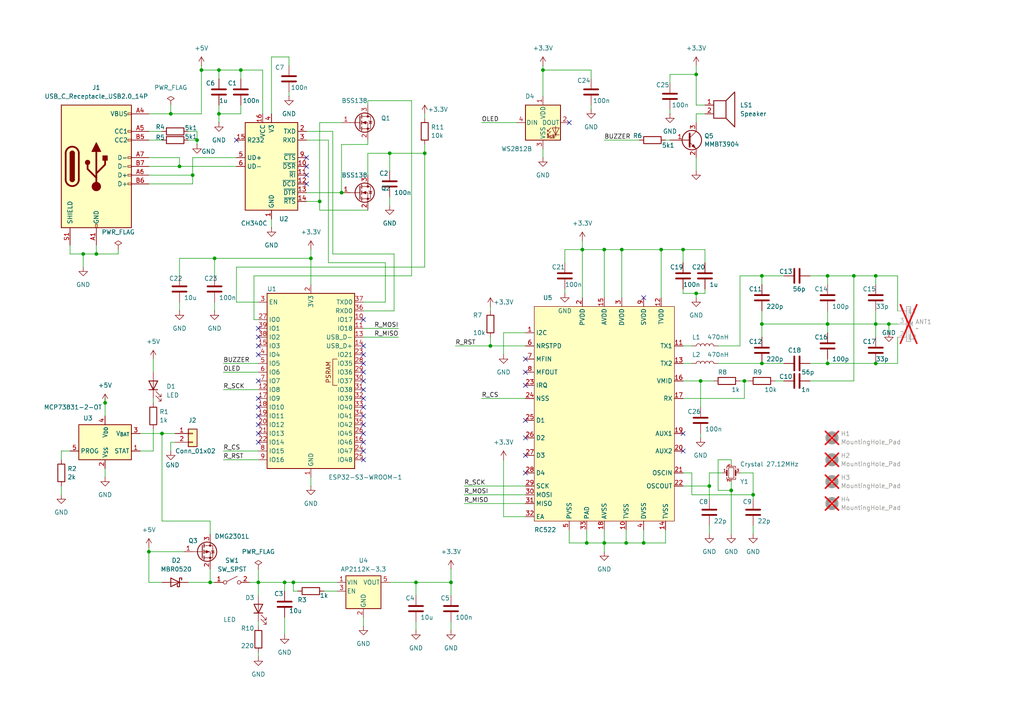
<source format=kicad_sch>
(kicad_sch (version 20231120) (generator "eeschema") (generator_version "8.0")
  (paper "A4")
  (junction (at 254 80.01))
  (junction (at 257.81 93.98))
  (junction (at 130.81 168.91))
  (junction (at 49.53 33.02))
  (junction (at 82.55 168.91))
  (junction (at 201.93 21.59))
  (junction (at 215.9 110.49))
  (junction (at 254 93.98))
  (junction (at 198.12 72.39))
  (junction (at 52.07 48.26))
  (junction (at 27.94 73.66))
  (junction (at 46.99 125.73))
  (junction (at 92.71 58.42))
  (junction (at 55.88 50.8))
  (junction (at 57.15 40.64))
  (junction (at 240.03 93.98))
  (junction (at 62.23 74.93))
  (junction (at 218.44 143.51))
  (junction (at 142.24 100.33))
  (junction (at 240.03 80.01))
  (junction (at 24.13 73.66))
  (junction (at 157.48 20.32))
  (junction (at 120.65 168.91))
  (junction (at 30.48 116.84))
  (junction (at 175.26 157.48))
  (junction (at 254 105.41))
  (junction (at 63.5 33.02))
  (junction (at 240.03 105.41))
  (junction (at 186.69 157.48))
  (junction (at 175.26 72.39))
  (junction (at 85.09 168.91))
  (junction (at 170.18 157.48))
  (junction (at 201.93 85.09))
  (junction (at 180.34 72.39))
  (junction (at 99.06 55.88))
  (junction (at 247.65 80.01))
  (junction (at 203.2 110.49))
  (junction (at 74.93 168.91))
  (junction (at 63.5 20.32))
  (junction (at 60.96 168.91))
  (junction (at 113.03 44.45))
  (junction (at 220.98 105.41))
  (junction (at 220.98 80.01))
  (junction (at 43.18 160.02))
  (junction (at 205.74 140.97))
  (junction (at 168.91 72.39))
  (junction (at 191.77 72.39))
  (junction (at 212.09 142.24))
  (junction (at 58.42 20.32))
  (junction (at 69.85 20.32))
  (junction (at 181.61 157.48))
  (junction (at 220.98 93.98))
  (junction (at 123.19 44.45))
  (junction (at 90.17 74.93))
  (no_connect (at 152.4 121.92))
  (no_connect (at 88.9 45.72))
  (no_connect (at 74.93 100.33))
  (no_connect (at 74.93 125.73))
  (no_connect (at 88.9 50.8))
  (no_connect (at 198.12 130.81))
  (no_connect (at 88.9 48.26))
  (no_connect (at 186.69 86.36))
  (no_connect (at 105.41 120.65))
  (no_connect (at 152.4 104.14))
  (no_connect (at 105.41 110.49))
  (no_connect (at 105.41 107.95))
  (no_connect (at 152.4 111.76))
  (no_connect (at 105.41 128.27))
  (no_connect (at 74.93 97.79))
  (no_connect (at 74.93 110.49))
  (no_connect (at 152.4 137.16))
  (no_connect (at 105.41 115.57))
  (no_connect (at 105.41 123.19))
  (no_connect (at 74.93 118.11))
  (no_connect (at 74.93 128.27))
  (no_connect (at 74.93 123.19))
  (no_connect (at 165.1 35.56))
  (no_connect (at 68.58 40.64))
  (no_connect (at 105.41 92.71))
  (no_connect (at 105.41 102.87))
  (no_connect (at 152.4 107.95))
  (no_connect (at 105.41 113.03))
  (no_connect (at 105.41 130.81))
  (no_connect (at 105.41 125.73))
  (no_connect (at 105.41 100.33))
  (no_connect (at 74.93 120.65))
  (no_connect (at 105.41 105.41))
  (no_connect (at 105.41 118.11))
  (no_connect (at 74.93 95.25))
  (no_connect (at 74.93 102.87))
  (no_connect (at 105.41 133.35))
  (no_connect (at 152.4 127))
  (no_connect (at 198.12 125.73))
  (no_connect (at 152.4 132.08))
  (no_connect (at 74.93 115.57))
  (no_connect (at 88.9 53.34))
  (wire (pts (xy 240.03 90.17) (xy 240.03 93.98)))
  (wire (pts (xy 163.83 76.2) (xy 163.83 72.39)))
  (wire (pts (xy 46.99 125.73) (xy 50.8 125.73)))
  (wire (pts (xy 17.78 133.35) (xy 17.78 130.81)))
  (wire (pts (xy 92.71 58.42) (xy 88.9 58.42)))
  (wire (pts (xy 247.65 80.01) (xy 247.65 110.49)))
  (wire (pts (xy 95.25 76.2) (xy 111.76 76.2)))
  (wire (pts (xy 200.66 137.16) (xy 200.66 143.51)))
  (wire (pts (xy 198.12 100.33) (xy 200.66 100.33)))
  (wire (pts (xy 254 93.98) (xy 254 97.79)))
  (wire (pts (xy 68.58 77.47) (xy 68.58 87.63)))
  (wire (pts (xy 20.32 73.66) (xy 24.13 73.66)))
  (wire (pts (xy 201.93 33.02) (xy 201.93 35.56)))
  (wire (pts (xy 73.66 80.01) (xy 119.38 80.01)))
  (wire (pts (xy 69.85 20.32) (xy 76.2 20.32)))
  (wire (pts (xy 105.41 179.07) (xy 105.41 181.61)))
  (wire (pts (xy 134.62 140.97) (xy 152.4 140.97)))
  (wire (pts (xy 52.07 48.26) (xy 43.18 48.26)))
  (wire (pts (xy 204.47 85.09) (xy 204.47 83.82)))
  (wire (pts (xy 60.96 151.13) (xy 46.99 151.13)))
  (wire (pts (xy 44.45 130.81) (xy 44.45 124.46)))
  (wire (pts (xy 191.77 86.36) (xy 191.77 72.39)))
  (wire (pts (xy 74.93 168.91) (xy 74.93 172.72)))
  (wire (pts (xy 46.99 168.91) (xy 43.18 168.91)))
  (wire (pts (xy 114.3 73.66) (xy 96.52 73.66)))
  (wire (pts (xy 30.48 135.89) (xy 30.48 138.43)))
  (wire (pts (xy 106.68 29.21) (xy 119.38 29.21)))
  (wire (pts (xy 254 93.98) (xy 257.81 93.98)))
  (wire (pts (xy 214.63 137.16) (xy 218.44 137.16)))
  (wire (pts (xy 68.58 87.63) (xy 74.93 87.63)))
  (wire (pts (xy 220.98 93.98) (xy 240.03 93.98)))
  (wire (pts (xy 43.18 45.72) (xy 52.07 45.72)))
  (wire (pts (xy 43.18 158.75) (xy 43.18 160.02)))
  (wire (pts (xy 43.18 160.02) (xy 53.34 160.02)))
  (wire (pts (xy 203.2 110.49) (xy 207.01 110.49)))
  (wire (pts (xy 54.61 38.1) (xy 57.15 38.1)))
  (wire (pts (xy 175.26 157.48) (xy 175.26 160.02)))
  (wire (pts (xy 123.19 44.45) (xy 123.19 77.47)))
  (wire (pts (xy 218.44 137.16) (xy 218.44 143.51)))
  (wire (pts (xy 74.93 92.71) (xy 73.66 92.71)))
  (wire (pts (xy 139.7 115.57) (xy 152.4 115.57)))
  (wire (pts (xy 163.83 83.82) (xy 163.83 85.09)))
  (wire (pts (xy 57.15 38.1) (xy 57.15 40.64)))
  (wire (pts (xy 64.77 113.03) (xy 74.93 113.03)))
  (wire (pts (xy 254 90.17) (xy 254 93.98)))
  (wire (pts (xy 181.61 157.48) (xy 186.69 157.48)))
  (wire (pts (xy 142.24 100.33) (xy 152.4 100.33)))
  (wire (pts (xy 105.41 95.25) (xy 115.57 95.25)))
  (wire (pts (xy 120.65 168.91) (xy 120.65 172.72)))
  (wire (pts (xy 55.88 45.72) (xy 55.88 50.8)))
  (wire (pts (xy 146.05 96.52) (xy 152.4 96.52)))
  (wire (pts (xy 175.26 157.48) (xy 181.61 157.48)))
  (wire (pts (xy 220.98 80.01) (xy 220.98 82.55)))
  (wire (pts (xy 113.03 168.91) (xy 120.65 168.91)))
  (wire (pts (xy 198.12 110.49) (xy 203.2 110.49)))
  (wire (pts (xy 99.06 41.91) (xy 99.06 55.88)))
  (wire (pts (xy 57.15 40.64) (xy 57.15 41.91)))
  (wire (pts (xy 146.05 102.87) (xy 146.05 96.52)))
  (wire (pts (xy 175.26 153.67) (xy 175.26 157.48)))
  (wire (pts (xy 114.3 90.17) (xy 114.3 73.66)))
  (wire (pts (xy 203.2 127) (xy 203.2 125.73)))
  (wire (pts (xy 120.65 168.91) (xy 130.81 168.91)))
  (wire (pts (xy 30.48 115.57) (xy 30.48 116.84)))
  (wire (pts (xy 111.76 87.63) (xy 105.41 87.63)))
  (wire (pts (xy 82.55 168.91) (xy 85.09 168.91)))
  (wire (pts (xy 52.07 80.01) (xy 52.07 74.93)))
  (wire (pts (xy 198.12 85.09) (xy 201.93 85.09)))
  (wire (pts (xy 88.9 38.1) (xy 96.52 38.1)))
  (wire (pts (xy 240.03 104.14) (xy 240.03 105.41)))
  (wire (pts (xy 95.25 40.64) (xy 95.25 76.2)))
  (wire (pts (xy 74.93 180.34) (xy 74.93 181.61)))
  (wire (pts (xy 64.77 107.95) (xy 74.93 107.95)))
  (wire (pts (xy 54.61 168.91) (xy 60.96 168.91)))
  (wire (pts (xy 63.5 20.32) (xy 63.5 22.86)))
  (wire (pts (xy 254 105.41) (xy 260.35 105.41)))
  (wire (pts (xy 220.98 93.98) (xy 220.98 97.79)))
  (wire (pts (xy 218.44 152.4) (xy 218.44 154.94)))
  (wire (pts (xy 83.82 26.67) (xy 83.82 27.94)))
  (wire (pts (xy 50.8 128.27) (xy 49.53 128.27)))
  (wire (pts (xy 52.07 87.63) (xy 52.07 90.17)))
  (wire (pts (xy 220.98 80.01) (xy 227.33 80.01)))
  (wire (pts (xy 191.77 72.39) (xy 180.34 72.39)))
  (wire (pts (xy 208.28 133.35) (xy 208.28 142.24)))
  (wire (pts (xy 78.74 63.5) (xy 78.74 66.04)))
  (wire (pts (xy 157.48 20.32) (xy 157.48 27.94)))
  (wire (pts (xy 58.42 20.32) (xy 63.5 20.32)))
  (wire (pts (xy 52.07 45.72) (xy 52.07 48.26)))
  (wire (pts (xy 165.1 153.67) (xy 165.1 157.48)))
  (wire (pts (xy 247.65 110.49) (xy 234.95 110.49)))
  (wire (pts (xy 20.32 71.12) (xy 20.32 73.66)))
  (wire (pts (xy 49.53 30.48) (xy 49.53 33.02)))
  (wire (pts (xy 123.19 44.45) (xy 113.03 44.45)))
  (wire (pts (xy 96.52 38.1) (xy 96.52 73.66)))
  (wire (pts (xy 78.74 16.51) (xy 78.74 33.02)))
  (wire (pts (xy 165.1 157.48) (xy 170.18 157.48)))
  (wire (pts (xy 92.71 58.42) (xy 92.71 60.96)))
  (wire (pts (xy 60.96 168.91) (xy 60.96 165.1)))
  (wire (pts (xy 43.18 40.64) (xy 46.99 40.64)))
  (wire (pts (xy 157.48 43.18) (xy 157.48 45.72)))
  (wire (pts (xy 73.66 92.71) (xy 73.66 80.01)))
  (wire (pts (xy 92.71 35.56) (xy 99.06 35.56)))
  (wire (pts (xy 85.09 168.91) (xy 97.79 168.91)))
  (wire (pts (xy 106.68 41.91) (xy 99.06 41.91)))
  (wire (pts (xy 240.03 93.98) (xy 240.03 96.52)))
  (wire (pts (xy 208.28 100.33) (xy 214.63 100.33)))
  (wire (pts (xy 83.82 16.51) (xy 83.82 19.05)))
  (wire (pts (xy 224.79 110.49) (xy 227.33 110.49)))
  (wire (pts (xy 90.17 74.93) (xy 90.17 82.55)))
  (wire (pts (xy 218.44 143.51) (xy 218.44 144.78)))
  (wire (pts (xy 203.2 110.49) (xy 203.2 118.11)))
  (wire (pts (xy 90.17 138.43) (xy 90.17 140.97)))
  (wire (pts (xy 142.24 88.9) (xy 142.24 90.17)))
  (wire (pts (xy 27.94 73.66) (xy 27.94 71.12)))
  (wire (pts (xy 27.94 73.66) (xy 34.29 73.66)))
  (wire (pts (xy 123.19 33.02) (xy 123.19 34.29)))
  (wire (pts (xy 62.23 74.93) (xy 62.23 80.01)))
  (wire (pts (xy 62.23 74.93) (xy 90.17 74.93)))
  (wire (pts (xy 205.74 137.16) (xy 205.74 140.97)))
  (wire (pts (xy 175.26 72.39) (xy 175.26 86.36)))
  (wire (pts (xy 69.85 30.48) (xy 69.85 33.02)))
  (wire (pts (xy 62.23 87.63) (xy 62.23 90.17)))
  (wire (pts (xy 260.35 97.79) (xy 260.35 105.41)))
  (wire (pts (xy 17.78 140.97) (xy 17.78 143.51)))
  (wire (pts (xy 60.96 168.91) (xy 62.23 168.91)))
  (wire (pts (xy 69.85 33.02) (xy 63.5 33.02)))
  (wire (pts (xy 194.31 31.75) (xy 194.31 33.02)))
  (wire (pts (xy 92.71 60.96) (xy 106.68 60.96)))
  (wire (pts (xy 163.83 72.39) (xy 168.91 72.39)))
  (wire (pts (xy 214.63 80.01) (xy 220.98 80.01)))
  (wire (pts (xy 220.98 90.17) (xy 220.98 93.98)))
  (wire (pts (xy 194.31 21.59) (xy 194.31 24.13)))
  (wire (pts (xy 215.9 115.57) (xy 215.9 110.49)))
  (wire (pts (xy 198.12 140.97) (xy 205.74 140.97)))
  (wire (pts (xy 212.09 142.24) (xy 212.09 154.94)))
  (wire (pts (xy 132.08 100.33) (xy 142.24 100.33)))
  (wire (pts (xy 93.98 171.45) (xy 97.79 171.45)))
  (wire (pts (xy 43.18 53.34) (xy 55.88 53.34)))
  (wire (pts (xy 240.03 93.98) (xy 254 93.98)))
  (wire (pts (xy 134.62 143.51) (xy 152.4 143.51)))
  (wire (pts (xy 72.39 168.91) (xy 74.93 168.91)))
  (wire (pts (xy 86.36 171.45) (xy 85.09 171.45)))
  (wire (pts (xy 204.47 76.2) (xy 204.47 72.39)))
  (wire (pts (xy 170.18 157.48) (xy 175.26 157.48)))
  (wire (pts (xy 40.64 130.81) (xy 44.45 130.81)))
  (wire (pts (xy 198.12 137.16) (xy 200.66 137.16)))
  (wire (pts (xy 74.93 168.91) (xy 82.55 168.91)))
  (wire (pts (xy 64.77 130.81) (xy 74.93 130.81)))
  (wire (pts (xy 63.5 20.32) (xy 69.85 20.32)))
  (wire (pts (xy 76.2 33.02) (xy 76.2 20.32)))
  (wire (pts (xy 113.03 59.69) (xy 113.03 57.15)))
  (wire (pts (xy 212.09 134.62) (xy 212.09 133.35)))
  (wire (pts (xy 44.45 115.57) (xy 44.45 116.84)))
  (wire (pts (xy 106.68 29.21) (xy 106.68 30.48)))
  (wire (pts (xy 175.26 40.64) (xy 185.42 40.64)))
  (wire (pts (xy 52.07 48.26) (xy 68.58 48.26)))
  (wire (pts (xy 254 80.01) (xy 260.35 80.01)))
  (wire (pts (xy 82.55 179.07) (xy 82.55 184.15)))
  (wire (pts (xy 214.63 100.33) (xy 214.63 80.01)))
  (wire (pts (xy 24.13 73.66) (xy 24.13 77.47)))
  (wire (pts (xy 240.03 80.01) (xy 234.95 80.01)))
  (wire (pts (xy 49.53 33.02) (xy 58.42 33.02)))
  (wire (pts (xy 212.09 142.24) (xy 212.09 139.7)))
  (wire (pts (xy 181.61 153.67) (xy 181.61 157.48)))
  (wire (pts (xy 198.12 76.2) (xy 198.12 72.39)))
  (wire (pts (xy 215.9 110.49) (xy 217.17 110.49)))
  (wire (pts (xy 201.93 19.05) (xy 201.93 21.59)))
  (wire (pts (xy 113.03 44.45) (xy 113.03 49.53)))
  (wire (pts (xy 58.42 20.32) (xy 58.42 19.05)))
  (wire (pts (xy 205.74 140.97) (xy 205.74 144.78)))
  (wire (pts (xy 200.66 143.51) (xy 218.44 143.51)))
  (wire (pts (xy 240.03 80.01) (xy 247.65 80.01)))
  (wire (pts (xy 24.13 73.66) (xy 27.94 73.66)))
  (wire (pts (xy 193.04 40.64) (xy 194.31 40.64)))
  (wire (pts (xy 220.98 105.41) (xy 227.33 105.41)))
  (wire (pts (xy 74.93 165.1) (xy 74.93 168.91)))
  (wire (pts (xy 234.95 105.41) (xy 240.03 105.41)))
  (wire (pts (xy 198.12 105.41) (xy 200.66 105.41)))
  (wire (pts (xy 105.41 90.17) (xy 114.3 90.17)))
  (wire (pts (xy 55.88 53.34) (xy 55.88 50.8)))
  (wire (pts (xy 139.7 35.56) (xy 149.86 35.56)))
  (wire (pts (xy 204.47 72.39) (xy 198.12 72.39)))
  (wire (pts (xy 106.68 44.45) (xy 113.03 44.45)))
  (wire (pts (xy 134.62 146.05) (xy 152.4 146.05)))
  (wire (pts (xy 257.81 93.98) (xy 257.81 96.52)))
  (wire (pts (xy 175.26 72.39) (xy 180.34 72.39)))
  (wire (pts (xy 111.76 76.2) (xy 111.76 87.63)))
  (wire (pts (xy 257.81 93.98) (xy 260.35 93.98)))
  (wire (pts (xy 201.93 85.09) (xy 201.93 86.36)))
  (wire (pts (xy 69.85 22.86) (xy 69.85 20.32)))
  (wire (pts (xy 193.04 157.48) (xy 193.04 153.67)))
  (wire (pts (xy 90.17 72.39) (xy 90.17 74.93)))
  (wire (pts (xy 85.09 171.45) (xy 85.09 168.91)))
  (wire (pts (xy 74.93 189.23) (xy 74.93 190.5)))
  (wire (pts (xy 194.31 21.59) (xy 201.93 21.59)))
  (wire (pts (xy 105.41 97.79) (xy 115.57 97.79)))
  (wire (pts (xy 208.28 133.35) (xy 212.09 133.35)))
  (wire (pts (xy 130.81 180.34) (xy 130.81 182.88)))
  (wire (pts (xy 205.74 152.4) (xy 205.74 154.94)))
  (wire (pts (xy 120.65 180.34) (xy 120.65 182.88)))
  (wire (pts (xy 34.29 73.66) (xy 34.29 72.39)))
  (wire (pts (xy 240.03 80.01) (xy 240.03 82.55)))
  (wire (pts (xy 43.18 38.1) (xy 46.99 38.1)))
  (wire (pts (xy 106.68 41.91) (xy 106.68 40.64)))
  (wire (pts (xy 106.68 50.8) (xy 106.68 44.45)))
  (wire (pts (xy 43.18 50.8) (xy 55.88 50.8)))
  (wire (pts (xy 88.9 40.64) (xy 95.25 40.64)))
  (wire (pts (xy 88.9 55.88) (xy 99.06 55.88)))
  (wire (pts (xy 198.12 115.57) (xy 215.9 115.57)))
  (wire (pts (xy 142.24 97.79) (xy 142.24 100.33)))
  (wire (pts (xy 204.47 30.48) (xy 201.93 30.48)))
  (wire (pts (xy 247.65 80.01) (xy 254 80.01)))
  (wire (pts (xy 168.91 69.85) (xy 168.91 72.39)))
  (wire (pts (xy 46.99 151.13) (xy 46.99 125.73)))
  (wire (pts (xy 63.5 33.02) (xy 63.5 35.56)))
  (wire (pts (xy 170.18 153.67) (xy 170.18 157.48)))
  (wire (pts (xy 43.18 33.02) (xy 49.53 33.02)))
  (wire (pts (xy 17.78 130.81) (xy 20.32 130.81)))
  (wire (pts (xy 208.28 105.41) (xy 220.98 105.41)))
  (wire (pts (xy 55.88 45.72) (xy 68.58 45.72)))
  (wire (pts (xy 260.35 80.01) (xy 260.35 90.17)))
  (wire (pts (xy 157.48 19.05) (xy 157.48 20.32)))
  (wire (pts (xy 92.71 35.56) (xy 92.71 58.42)))
  (wire (pts (xy 130.81 168.91) (xy 130.81 172.72)))
  (wire (pts (xy 198.12 72.39) (xy 191.77 72.39)))
  (wire (pts (xy 201.93 45.72) (xy 201.93 49.53)))
  (wire (pts (xy 58.42 33.02) (xy 58.42 20.32)))
  (wire (pts (xy 146.05 149.86) (xy 152.4 149.86)))
  (wire (pts (xy 171.45 20.32) (xy 171.45 22.86)))
  (wire (pts (xy 208.28 142.24) (xy 212.09 142.24)))
  (wire (pts (xy 201.93 85.09) (xy 204.47 85.09)))
  (wire (pts (xy 49.53 128.27) (xy 49.53 130.81)))
  (wire (pts (xy 186.69 157.48) (xy 193.04 157.48)))
  (wire (pts (xy 54.61 40.64) (xy 57.15 40.64)))
  (wire (pts (xy 130.81 165.1) (xy 130.81 168.91)))
  (wire (pts (xy 40.64 125.73) (xy 46.99 125.73)))
  (wire (pts (xy 214.63 110.49) (xy 215.9 110.49)))
  (wire (pts (xy 254 80.01) (xy 254 82.55)))
  (wire (pts (xy 119.38 80.01) (xy 119.38 29.21)))
  (wire (pts (xy 82.55 168.91) (xy 82.55 171.45)))
  (wire (pts (xy 78.74 16.51) (xy 83.82 16.51)))
  (wire (pts (xy 60.96 154.94) (xy 60.96 151.13)))
  (wire (pts (xy 168.91 72.39) (xy 175.26 72.39)))
  (wire (pts (xy 146.05 133.35) (xy 146.05 149.86)))
  (wire (pts (xy 123.19 77.47) (xy 68.58 77.47)))
  (wire (pts (xy 64.77 133.35) (xy 74.93 133.35)))
  (wire (pts (xy 64.77 105.41) (xy 74.93 105.41)))
  (wire (pts (xy 204.47 33.02) (xy 201.93 33.02)))
  (wire (pts (xy 186.69 153.67) (xy 186.69 157.48)))
  (wire (pts (xy 205.74 137.16) (xy 209.55 137.16)))
  (wire (pts (xy 198.12 83.82) (xy 198.12 85.09)))
  (wire (pts (xy 171.45 30.48) (xy 171.45 31.75)))
  (wire (pts (xy 180.34 72.39) (xy 180.34 86.36)))
  (wire (pts (xy 30.48 116.84) (xy 30.48 120.65)))
  (wire (pts (xy 44.45 104.14) (xy 44.45 107.95)))
  (wire (pts (xy 63.5 30.48) (xy 63.5 33.02)))
  (wire (pts (xy 123.19 41.91) (xy 123.19 44.45)))
  (wire (pts (xy 52.07 74.93) (xy 62.23 74.93)))
  (wire (pts (xy 168.91 86.36) (xy 168.91 72.39)))
  (wire (pts (xy 201.93 21.59) (xy 201.93 30.48)))
  (wire (pts (xy 171.45 20.32) (xy 157.48 20.32)))
  (wire (pts (xy 43.18 160.02) (xy 43.18 168.91)))
  (wire (pts (xy 240.03 105.41) (xy 254 105.41)))
  (label "R_CS" (at 139.7 115.57 0))
  (label "R_CS" (at 64.77 130.81 0))
  (label "BUZZER" (at 64.77 105.41 0))
  (label "BUZZER" (at 175.26 40.64 0))
  (label "R_SCK" (at 134.62 140.97 0))
  (label "R_RST" (at 64.77 133.35 0))
  (label "R_MOSI" (at 115.57 95.25 180))
  (label "R_RST" (at 132.08 100.33 0))
  (label "OLED" (at 64.77 107.95 0))
  (label "R_MOSI" (at 134.62 143.51 0))
  (label "R_SCK" (at 64.77 113.03 0))
  (label "R_MISO" (at 134.62 146.05 0))
  (label "R_MISO" (at 115.57 97.79 180))
  (label "OLED" (at 139.7 35.56 0))
  (symbol (lib_id "power:+3.3V") (at 130.81 165.1 0) (unit 1)
    (property "Reference" "#PWR020" (effects (hide yes)))
    (property "Value" "+3.3V" (at 130.81 160.02 0))
    (property "Description" "Power symbol creates a global label with name \"+3.3V\"" (effects (hide yes)))
  )
  (symbol (lib_id "Device:C") (at 254 101.6 0) (unit 1)
    (property "Reference" "C17" (at 250.19 99.06 0) (effects (justify left)))
    (property "Value" "33p" (at 254 104.14 0) (effects (justify left)))
    (property "Footprint" "Capacitor_SMD:C_0603_1608Metric" (effects (hide yes)))
    (property "Description" "Unpolarized capacitor" (effects (hide yes)))
  )
  (symbol (lib_id "power:+5V") (at 43.18 158.75 0) (unit 1)
    (property "Reference" "#PWR015" (effects (hide yes)))
    (property "Value" "+5V" (at 43.18 153.67 0))
    (property "Description" "Power symbol creates a global label with name \"+5V\"" (effects (hide yes)))
  )
  (symbol (lib_id "power:GND") (at 82.55 184.15 0) (unit 1)
    (property "Reference" "#PWR016" (effects (hide yes)))
    (property "Value" "GND" (at 82.55 189.23 0))
    (property "Description" "Power symbol creates a global label with name \"GND\" , ground" (effects (hide yes)))
  )
  (symbol (lib_id "Device:R") (at 90.17 171.45 90) (unit 1)
    (property "Reference" "R3" (at 87.63 173.99 90))
    (property "Value" "1k" (at 93.98 172.72 90))
    (property "Footprint" "Resistor_SMD:R_0603_1608Metric" (effects (hide yes)))
    (property "Description" "Resistor" (effects (hide yes)))
  )
  (symbol (lib_id "Device:C") (at 231.14 110.49 90) (unit 1)
    (property "Reference" "C10" (at 229.87 109.22 90) (effects (justify left)))
    (property "Value" "1n" (at 234.95 113.03 90) (effects (justify left)))
    (property "Footprint" "Capacitor_SMD:C_0603_1608Metric" (effects (hide yes)))
    (property "Description" "Unpolarized capacitor" (effects (hide yes)))
    (property "LCSC" "	C1523" (effects (hide yes)))
  )
  (symbol (lib_id "Device:C") (at 83.82 22.86 0) (unit 1)
    (property "Reference" "C7" (at 79.756 19.558 0) (effects (justify left)))
    (property "Value" "100n" (at 84.328 25.4 0) (effects (justify left)))
    (property "Footprint" "Capacitor_SMD:C_0603_1608Metric" (effects (hide yes)))
    (property "Description" "Unpolarized capacitor" (effects (hide yes)))
    (property "LCSC" "C5137636" (effects (hide yes)))
  )
  (symbol (lib_id "Mechanical:MountingHole") (at 241.3 127 90) (unit 1) (exclude_from_sim yes) (in_bom no) (dnp yes)
    (property "Reference" "H1" (at 243.84 125.7878 90) (effects (justify right)))
    (property "Value" "MountingHole_Pad" (at 243.84 128.2121 90) (effects (justify right)))
    (property "Footprint" "MountingHole:MountingHole_2.2mm_M2" (effects (hide yes)))
    (property "Description" "Mounting Hole without connection" (effects (hide yes)))
  )
  (symbol (lib_id "power:GND") (at 163.83 85.09 0) (unit 1)
    (property "Reference" "#PWR032" (effects (hide yes)))
    (property "Value" "GND" (at 163.83 90.17 0))
    (property "Description" "Power symbol creates a global label with name \"GND\" , ground" (effects (hide yes)))
  )
  (symbol (lib_id "Device:C") (at 52.07 83.82 0) (unit 1)
    (property "Reference" "C22" (at 49.022 80.772 0) (effects (justify left)))
    (property "Value" "10u" (at 53.34 86.36 0) (effects (justify left)))
    (property "Footprint" "Capacitor_SMD:C_0805_2012Metric_Pad1.18x1.45mm_HandSolder" (effects (hide yes)))
    (property "Description" "Unpolarized capacitor" (effects (hide yes)))
    (property "LCSC" "C15850" (effects (hide yes)))
  )
  (symbol (lib_id "Device:R") (at 210.82 110.49 270) (unit 1)
    (property "Reference" "R8" (at 209.55 107.95 90))
    (property "Value" "1k" (at 213.36 113.03 90))
    (property "Footprint" "Resistor_SMD:R_0603_1608Metric" (effects (hide yes)))
    (property "Description" "Resistor" (effects (hide yes)))
  )
  (symbol (lib_id "Device:C") (at 203.2 121.92 0) (unit 1)
    (property "Reference" "C26" (at 199.39 119.38 0) (effects (justify left)))
    (property "Value" "100n" (at 204.47 124.46 0) (effects (justify left)))
    (property "Footprint" "Capacitor_SMD:C_0603_1608Metric" (effects (hide yes)))
    (property "Description" "Unpolarized capacitor" (effects (hide yes)))
    (property "LCSC" "C5137636" (effects (hide yes)))
  )
  (symbol (lib_id "power:GND") (at 203.2 127 0) (unit 1)
    (property "Reference" "#PWR042" (effects (hide yes)))
    (property "Value" "GND" (at 203.2 132.08 0))
    (property "Description" "Power symbol creates a global label with name \"GND\" , ground" (effects (hide yes)))
  )
  (symbol (lib_id "power:GND") (at 212.09 154.94 0) (unit 1)
    (property "Reference" "#PWR043" (effects (hide yes)))
    (property "Value" "GND" (at 212.09 160.02 0))
    (property "Description" "Power symbol creates a global label with name \"GND\" , ground" (effects (hide yes)))
  )
  (symbol (lib_id "power:GND") (at 146.05 102.87 0) (unit 1)
    (property "Reference" "#PWR029" (effects (hide yes)))
    (property "Value" "GND" (at 146.05 107.95 0))
    (property "Description" "Power symbol creates a global label with name \"GND\" , ground" (effects (hide yes)))
  )
  (symbol (lib_id "Device:LED") (at 74.93 176.53 90) (unit 1)
    (property "Reference" "D3" (at 71.12 173.355 90) (effects (justify right)))
    (property "Value" "LED" (at 64.77 179.705 90) (effects (justify right)))
    (property "Footprint" "LED_SMD:LED_0603_1608Metric" (effects (hide yes)))
    (property "Description" "Light emitting diode" (effects (hide yes)))
  )
  (symbol (lib_id "power:PWR_FLAG") (at 34.29 72.39 0) (unit 1)
    (property "Reference" "#FLG03" (effects (hide yes)))
    (property "Value" "PWR_FLAG" (at 34.29 67.31 0))
    (property "Description" "Special symbol for telling ERC where power comes from" (effects (hide yes)))
  )
  (symbol (lib_id "Transistor_FET:BSS138") (at 104.14 35.56 0) (unit 1)
    (property "Reference" "Q1" (at 110.49 34.2899 0) (effects (justify left)))
    (property "Value" "BSS138" (at 99.06 29.21 0) (effects (justify left)))
    (property "Footprint" "Package_TO_SOT_SMD:SOT-23" (effects (hide yes)))
    (property "Datasheet" "https://www.onsemi.com/pub/Collateral/BSS138-D.PDF" (effects (hide yes)))
    (property "Description" "50V Vds, 0.22A Id, N-Channel MOSFET, SOT-23" (effects (hide yes)))
    (property "LCSC" "C40912" (effects (hide yes)))
  )
  (symbol (lib_id "power:GND") (at 175.26 160.02 0) (unit 1)
    (property "Reference" "#PWR031" (effects (hide yes)))
    (property "Value" "GND" (at 175.26 165.1 0))
    (property "Description" "Power symbol creates a global label with name \"GND\" , ground" (effects (hide yes)))
  )
  (symbol (lib_id "power:GND") (at 90.17 140.97 0) (unit 1)
    (property "Reference" "#PWR01" (effects (hide yes)))
    (property "Value" "GND" (at 90.17 146.05 0))
    (property "Description" "Power symbol creates a global label with name \"GND\" , ground" (effects (hide yes)))
  )
  (symbol (lib_id "Device:LED") (at 44.45 111.76 90) (unit 1)
    (property "Reference" "D1" (at 48.26 112.0774 90) (effects (justify right)))
    (property "Value" "LED" (at 48.26 114.6174 90) (effects (justify right)))
    (property "Footprint" "LED_SMD:LED_0603_1608Metric" (effects (hide yes)))
    (property "Description" "Light emitting diode" (effects (hide yes)))
  )
  (symbol (lib_id "power:+3.3V") (at 201.93 19.05 0) (unit 1)
    (property "Reference" "#PWR024" (effects (hide yes)))
    (property "Value" "+3.3V" (at 201.93 13.97 0))
    (property "Description" "Power symbol creates a global label with name \"+3.3V\"" (effects (hide yes)))
  )
  (symbol (lib_id "Device:L") (at 204.47 105.41 90) (unit 1)
    (property "Reference" "L2" (at 201.93 102.87 90))
    (property "Value" "470nH" (at 208.28 102.87 90))
    (property "Footprint" "Inductor_SMD:L_0603_1608Metric_Pad1.05x0.95mm_HandSolder" (effects (hide yes)))
    (property "Description" "Inductor" (effects (hide yes)))
    (property "LCSC" "	C280285" (effects (hide yes)))
  )
  (symbol (lib_id "power:+5V") (at 30.48 116.84 0) (unit 1)
    (property "Reference" "#PWR010" (effects (hide yes)))
    (property "Value" "+5V" (at 30.48 111.76 0))
    (property "Description" "Power symbol creates a global label with name \"+5V\"" (effects (hide yes)))
  )
  (symbol (lib_id "Device:R") (at 220.98 110.49 270) (unit 1)
    (property "Reference" "R9" (at 219.71 107.95 90))
    (property "Value" "10k" (at 223.52 113.03 90))
    (property "Footprint" "Resistor_SMD:R_0603_1608Metric" (effects (hide yes)))
    (property "Description" "Resistor" (effects (hide yes)))
  )
  (symbol (lib_id "power:GND") (at 205.74 154.94 0) (unit 1)
    (property "Reference" "#PWR025" (effects (hide yes)))
    (property "Value" "GND" (at 205.74 160.02 0))
    (property "Description" "Power symbol creates a global label with name \"GND\" , ground" (effects (hide yes)))
  )
  (symbol (lib_id "Device:R") (at 123.19 38.1 180) (unit 1)
    (property "Reference" "R11" (at 124.968 36.8878 0) (effects (justify right)))
    (property "Value" "10k" (at 124.968 39.3121 0) (effects (justify right)))
    (property "Footprint" "Resistor_SMD:R_0603_1608Metric" (effects (hide yes)))
    (property "Description" "Resistor" (effects (hide yes)))
  )
  (symbol (lib_id "RFID:Antenna") (at 264.16 93.98 0) (unit 1) (dnp yes)
    (property "Reference" "ANT1" (at 265.43 93.3449 0) (effects (justify left)))
    (property "Value" "~" (at 265.43 95.25 0) (effects (justify left)))
    (property "Footprint" "RFID:RFID_Antenna2" (effects (hide yes)))
  )
  (symbol (lib_id "Device:C") (at 205.74 148.59 0) (unit 1)
    (property "Reference" "C8" (at 202.692 145.542 0) (effects (justify left)))
    (property "Value" "22p" (at 207.01 151.13 0) (effects (justify left)))
    (property "Footprint" "Capacitor_SMD:C_0603_1608Metric" (effects (hide yes)))
    (property "Description" "Unpolarized capacitor" (effects (hide yes)))
    (property "LCSC" "	C105620" (effects (hide yes)))
  )
  (symbol (lib_id "Device:Crystal_GND24_Small") (at 212.09 137.16 0) (unit 1)
    (property "Reference" "Y1" (at 214.63 139.7 0) (effects (justify left)))
    (property "Value" "Crystal 27.12MHz" (at 214.63 134.62 0) (effects (justify left)))
    (property "Footprint" "Crystal:Crystal_SMD_3225-4Pin_3.2x2.5mm" (effects (hide yes)))
    (property "Description" "Four pin crystal, GND on pins 2 and 4, small symbol" (effects (hide yes)))
    (property "LCSC" "C164053" (effects (hide yes)))
  )
  (symbol (lib_id "Transistor_FET:DMG2301L") (at 58.42 160.02 0) (unit 1)
    (property "Reference" "Q3" (at 54.61 156.845 0) (effects (justify left)))
    (property "Value" "DMG2301L" (at 62.23 155.575 0) (effects (justify left)))
    (property "Footprint" "Package_TO_SOT_SMD:SOT-23" (effects (hide yes)))
    (property "Datasheet" "https://www.diodes.com/assets/Datasheets/DMG2301L.pdf" (effects (hide yes)))
    (property "Description" "-3A Id, -20V Vds, P-Channel MOSFET, SOT-23" (effects (hide yes)))
    (property "LCSC" "C7472914" (effects (hide yes)))
  )
  (symbol (lib_id "Device:C") (at 62.23 83.82 0) (unit 1)
    (property "Reference" "C23" (at 59.182 80.772 0) (effects (justify left)))
    (property "Value" "100n" (at 63.5 86.36 0) (effects (justify left)))
    (property "Footprint" "Capacitor_SMD:C_0603_1608Metric" (effects (hide yes)))
    (property "Description" "Unpolarized capacitor" (effects (hide yes)))
    (property "LCSC" "C5137636" (effects (hide yes)))
  )
  (symbol (lib_id "Device:C") (at 204.47 80.01 0) (unit 1)
    (property "Reference" "C20" (at 200.66 77.47 0) (effects (justify left)))
    (property "Value" "1u" (at 205.74 82.55 0) (effects (justify left)))
    (property "Footprint" "Capacitor_SMD:C_0603_1608Metric" (effects (hide yes)))
    (property "Description" "Unpolarized capacitor" (effects (hide yes)))
    (property "LCSC" "C1592" (effects (hide yes)))
  )
  (symbol (lib_id "power:GND") (at 113.03 59.69 0) (unit 1)
    (property "Reference" "#PWR09" (effects (hide yes)))
    (property "Value" "GND" (at 113.03 64.77 0))
    (property "Description" "Power symbol creates a global label with name \"GND\" , ground" (effects (hide yes)))
  )
  (symbol (lib_id "Transistor_FET:BSS138") (at 104.14 55.88 0) (unit 1)
    (property "Reference" "Q2" (at 110.49 54.6099 0) (effects (justify left)))
    (property "Value" "BSS138" (at 99.06 50.8 0) (effects (justify left)))
    (property "Footprint" "Package_TO_SOT_SMD:SOT-23" (effects (hide yes)))
    (property "Datasheet" "https://www.onsemi.com/pub/Collateral/BSS138-D.PDF" (effects (hide yes)))
    (property "Description" "50V Vds, 0.22A Id, N-Channel MOSFET, SOT-23" (effects (hide yes)))
    (property "LCSC" "C40912" (effects (hide yes)))
  )
  (symbol (lib_id "power:GND") (at 17.78 143.51 0) (unit 1)
    (property "Reference" "#PWR013" (effects (hide yes)))
    (property "Value" "GND" (at 17.78 148.59 0))
    (property "Description" "Power symbol creates a global label with name \"GND\" , ground" (effects (hide yes)))
  )
  (symbol (lib_id "power:GND") (at 257.81 96.52 0) (unit 1)
    (property "Reference" "#PWR034" (effects (hide yes)))
    (property "Value" "GND" (at 257.81 96.52 0))
    (property "Description" "Power symbol creates a global label with name \"GND\" , ground" (effects (hide yes)))
  )
  (symbol (lib_id "Mechanical:MountingHole") (at 241.3 139.7 90) (unit 1) (exclude_from_sim yes) (in_bom no) (dnp yes)
    (property "Reference" "H3" (at 243.84 138.4878 90) (effects (justify right)))
    (property "Value" "MountingHole_Pad" (at 243.84 140.9121 90) (effects (justify right)))
    (property "Footprint" "MountingHole:MountingHole_2.2mm_M2" (effects (hide yes)))
    (property "Description" "Mounting Hole without connection" (effects (hide yes)))
  )
  (symbol (lib_id "Device:C") (at 231.14 105.41 90) (unit 1)
    (property "Reference" "C18" (at 232.41 101.6 90) (effects (justify left)))
    (property "Value" "56p" (at 236.22 107.95 90) (effects (justify left)))
    (property "Footprint" "Capacitor_SMD:C_0603_1608Metric" (effects (hide yes)))
    (property "Description" "Unpolarized capacitor" (effects (hide yes)))
  )
  (symbol (lib_id "Device:R") (at 44.45 120.65 0) (unit 1)
    (property "Reference" "R1" (at 46.228 119.4378 0) (effects (justify left)))
    (property "Value" "1k" (at 46.228 121.8621 0) (effects (justify left)))
    (property "Footprint" "Resistor_SMD:R_0603_1608Metric" (effects (hide yes)))
    (property "Description" "Resistor" (effects (hide yes)))
  )
  (symbol (lib_id "LED:WS2812B") (at 157.48 35.56 0) (unit 1)
    (property "Reference" "D4" (at 153.67 27.94 0))
    (property "Value" "WS2812B" (at 149.86 43.18 0))
    (property "Footprint" "LED_SMD:LED_WS2812B_PLCC4_5.0x5.0mm_P3.2mm" (effects (hide yes)))
    (property "Datasheet" "https://cdn-shop.adafruit.com/datasheets/WS2812B.pdf" (effects (hide yes)))
    (property "Description" "RGB LED with integrated controller" (effects (hide yes)))
    (property "LCSC" "C114586" (effects (hide yes)))
  )
  (symbol (lib_id "Device:C") (at 231.14 80.01 90) (unit 1)
    (property "Reference" "C13" (at 229.87 78.74 90) (effects (justify left)))
    (property "Value" "56p" (at 233.68 83.82 90) (effects (justify left)))
    (property "Footprint" "Capacitor_SMD:C_0603_1608Metric" (effects (hide yes)))
    (property "Description" "Unpolarized capacitor" (effects (hide yes)))
  )
  (symbol (lib_id "Device:R") (at 189.23 40.64 90) (unit 1)
    (property "Reference" "R6" (at 184.912 39.37 90))
    (property "Value" "5k1" (at 193.802 42.164 90))
    (property "Footprint" "Resistor_SMD:R_0603_1608Metric" (effects (hide yes)))
    (property "Description" "Resistor" (effects (hide yes)))
  )
  (symbol (lib_id "Interface_USB:CH340C") (at 78.74 48.26 0) (unit 1)
    (property "Reference" "U2" (at 80.9341 63.5 0) (effects (justify left)))
    (property "Value" "CH340C" (at 69.85 64.77 0) (effects (justify left)))
    (property "Footprint" "Package_SO:SOIC-16_3.9x9.9mm_P1.27mm" (effects (hide yes)))
    (property "Datasheet" "https://datasheet.lcsc.com/szlcsc/Jiangsu-Qin-Heng-CH340C_C84681.pdf" (effects (hide yes)))
    (property "Description" "USB serial converter, crystal-less, UART, SOIC-16" (effects (hide yes)))
    (property "LCSC" "C84681" (effects (hide yes)))
  )
  (symbol (lib_id "power:GND") (at 52.07 90.17 0) (unit 1)
    (property "Reference" "#PWR037" (effects (hide yes)))
    (property "Value" "GND" (at 52.07 95.25 0))
    (property "Description" "Power symbol creates a global label with name \"GND\" , ground" (effects (hide yes)))
  )
  (symbol (lib_id "Device:C") (at 254 86.36 0) (unit 1)
    (property "Reference" "C15" (at 250.19 83.82 0) (effects (justify left)))
    (property "Value" "33p" (at 254 88.9 0) (effects (justify left)))
    (property "Footprint" "Capacitor_SMD:C_0603_1608Metric" (effects (hide yes)))
    (property "Description" "Unpolarized capacitor" (effects (hide yes)))
  )
  (symbol (lib_id "power:GND") (at 62.23 90.17 0) (unit 1)
    (property "Reference" "#PWR038" (effects (hide yes)))
    (property "Value" "GND" (at 62.23 95.25 0))
    (property "Description" "Power symbol creates a global label with name \"GND\" , ground" (effects (hide yes)))
  )
  (symbol (lib_id "Device:C") (at 198.12 80.01 0) (unit 1)
    (property "Reference" "C19" (at 194.31 77.47 0) (effects (justify left)))
    (property "Value" "100n" (at 198.12 82.55 0) (effects (justify left)))
    (property "Footprint" "Capacitor_SMD:C_0603_1608Metric" (effects (hide yes)))
    (property "Description" "Unpolarized capacitor" (effects (hide yes)))
    (property "LCSC" "C5137636" (effects (hide yes)))
  )
  (symbol (lib_id "power:GND") (at 83.82 27.94 0) (unit 1)
    (property "Reference" "#PWR06" (effects (hide yes)))
    (property "Value" "GND" (at 83.82 33.02 0))
    (property "Description" "Power symbol creates a global label with name \"GND\" , ground" (effects (hide yes)))
  )
  (symbol (lib_id "Device:R") (at 74.93 185.42 0) (unit 1)
    (property "Reference" "R10" (at 69.85 182.245 0) (effects (justify left)))
    (property "Value" "220" (at 69.85 187.325 0) (effects (justify left)))
    (property "Footprint" "Resistor_SMD:R_0603_1608Metric" (effects (hide yes)))
    (property "Description" "Resistor" (effects (hide yes)))
  )
  (symbol (lib_id "Device:C") (at 113.03 53.34 0) (unit 1)
    (property "Reference" "C2" (at 109.982 50.292 0) (effects (justify left)))
    (property "Value" "100n" (at 114.3 55.88 0) (effects (justify left)))
    (property "Footprint" "Capacitor_SMD:C_0603_1608Metric" (effects (hide yes)))
    (property "Description" "Unpolarized capacitor" (effects (hide yes)))
    (property "LCSC" "C5137636" (effects (hide yes)))
  )
  (symbol (lib_id "Device:R") (at 50.8 38.1 90) (unit 1)
    (property "Reference" "R4" (at 46.482 36.83 90))
    (property "Value" "5k1" (at 55.372 39.624 90))
    (property "Footprint" "Resistor_SMD:R_0603_1608Metric" (effects (hide yes)))
    (property "Description" "Resistor" (effects (hide yes)))
  )
  (symbol (lib_id "Device:Speaker") (at 209.55 30.48 0) (unit 1)
    (property "Reference" "LS1" (at 214.63 30.4799 0) (effects (justify left)))
    (property "Value" "Speaker" (at 214.63 33.0199 0) (effects (justify left)))
    (property "Footprint" "Buzzer_Beeper:Buzzer_TDK_PS1240P02BT_D12.2mm_H6.5mm" (effects (hide yes)))
    (property "Description" "Speaker" (effects (hide yes)))
    (property "LCSC" "	C76873" (effects (hide yes)))
  )
  (symbol (lib_id "power:+3.3V") (at 146.05 133.35 0) (unit 1)
    (property "Reference" "#PWR027" (effects (hide yes)))
    (property "Value" "+3.3V" (at 146.05 128.27 0))
    (property "Description" "Power symbol creates a global label with name \"+3.3V\"" (effects (hide yes)))
  )
  (symbol (lib_id "power:+5V") (at 44.45 104.14 0) (unit 1)
    (property "Reference" "#PWR012" (effects (hide yes)))
    (property "Value" "+5V" (at 44.45 99.06 0))
    (property "Description" "Power symbol creates a global label with name \"+5V\"" (effects (hide yes)))
  )
  (symbol (lib_id "power:GND") (at 78.74 66.04 0) (unit 1)
    (property "Reference" "#PWR04" (effects (hide yes)))
    (property "Value" "GND" (at 78.74 71.12 0))
    (property "Description" "Power symbol creates a global label with name \"GND\" , ground" (effects (hide yes)))
  )
  (symbol (lib_id "Device:R") (at 17.78 137.16 0) (unit 1)
    (property "Reference" "R2" (at 19.558 135.9478 0) (effects (justify left)))
    (property "Value" "2k" (at 19.558 138.3721 0) (effects (justify left)))
    (property "Footprint" "Resistor_SMD:R_0603_1608Metric" (effects (hide yes)))
    (property "Description" "Resistor" (effects (hide yes)))
  )
  (symbol (lib_id "power:+3.3V") (at 168.91 69.85 0) (unit 1)
    (property "Reference" "#PWR030" (effects (hide yes)))
    (property "Value" "+3.3V" (at 168.91 64.77 0))
    (property "Description" "Power symbol creates a global label with name \"+3.3V\"" (effects (hide yes)))
  )
  (symbol (lib_id "Device:C") (at 130.81 176.53 0) (unit 1)
    (property "Reference" "C5" (at 127.762 173.482 0) (effects (justify left)))
    (property "Value" "100n" (at 132.08 179.07 0) (effects (justify left)))
    (property "Footprint" "Capacitor_SMD:C_0603_1608Metric" (effects (hide yes)))
    (property "Description" "Unpolarized capacitor" (effects (hide yes)))
    (property "LCSC" "C5137636" (effects (hide yes)))
  )
  (symbol (lib_id "power:GND") (at 120.65 182.88 0) (unit 1)
    (property "Reference" "#PWR018" (effects (hide yes)))
    (property "Value" "GND" (at 120.65 187.96 0))
    (property "Description" "Power symbol creates a global label with name \"GND\" , ground" (effects (hide yes)))
  )
  (symbol (lib_id "power:GND") (at 57.15 41.91 0) (unit 1)
    (property "Reference" "#PWR021" (effects (hide yes)))
    (property "Value" "GND" (at 60.452 43.942 0))
    (property "Description" "Power symbol creates a global label with name \"GND\" , ground" (effects (hide yes)))
  )
  (symbol (lib_id "Device:L") (at 204.47 100.33 90) (unit 1)
    (property "Reference" "L1" (at 201.93 97.79 90))
    (property "Value" "470nH" (at 208.28 97.79 90))
    (property "Footprint" "Inductor_SMD:L_0603_1608Metric_Pad1.05x0.95mm_HandSolder" (effects (hide yes)))
    (property "Description" "Inductor" (effects (hide yes)))
    (property "LCSC" "	C280285" (effects (hide yes)))
  )
  (symbol (lib_id "RF_Module:ESP32-S3-WROOM-1") (at 90.17 110.49 0) (unit 1)
    (property "Reference" "U1" (at 77.47 83.82 0) (effects (justify left)))
    (property "Value" "ESP32-S3-WROOM-1" (at 95.25 138.43 0) (effects (justify left)))
    (property "Footprint" "RF_Module:ESP32-S3-WROOM-1" (effects (hide yes)))
    (property "Datasheet" "https://www.espressif.com/sites/default/files/documentation/esp32-s3-wroom-1_wroom-1u_datasheet_en.pdf" (effects (hide yes)))
    (property "Description" "RF Module, ESP32-S3 SoC, Wi-Fi 802.11b/g/n, Bluetooth, BLE, 32-bit, 3.3V, onboard antenna, SMD" (effects (hide yes)))
  )
  (symbol (lib_id "Device:C") (at 220.98 86.36 0) (unit 1)
    (property "Reference" "C11" (at 217.17 83.82 0) (effects (justify left)))
    (property "Value" "220p" (at 222.25 88.9 0) (effects (justify left)))
    (property "Footprint" "Capacitor_SMD:C_0603_1608Metric" (effects (hide yes)))
    (property "Description" "Unpolarized capacitor" (effects (hide yes)))
  )
  (symbol (lib_id "power:+3.3V") (at 123.19 33.02 0) (unit 1)
    (property "Reference" "#PWR036" (effects (hide yes)))
    (property "Value" "+3.3V" (at 127 31.75 0))
    (property "Description" "Power symbol creates a global label with name \"+3.3V\"" (effects (hide yes)))
  )
  (symbol (lib_id "power:GND") (at 171.45 31.75 0) (unit 1)
    (property "Reference" "#PWR040" (effects (hide yes)))
    (property "Value" "GND" (at 171.45 36.83 0))
    (property "Description" "Power symbol creates a global label with name \"GND\" , ground" (effects (hide yes)))
  )
  (symbol (lib_id "power:+3.3V") (at 142.24 88.9 0) (unit 1)
    (property "Reference" "#PWR028" (effects (hide yes)))
    (property "Value" "+3.3V" (at 146.05 87.63 0))
    (property "Description" "Power symbol creates a global label with name \"+3.3V\"" (effects (hide yes)))
  )
  (symbol (lib_id "power:GND") (at 30.48 138.43 0) (unit 1)
    (property "Reference" "#PWR011" (effects (hide yes)))
    (property "Value" "GND" (at 30.48 143.51 0))
    (property "Description" "Power symbol creates a global label with name \"GND\" , ground" (effects (hide yes)))
  )
  (symbol (lib_id "power:+3.3V") (at 90.17 72.39 0) (unit 1)
    (property "Reference" "#PWR03" (effects (hide yes)))
    (property "Value" "+3.3V" (at 90.17 67.31 0))
    (property "Description" "Power symbol creates a global label with name \"+3.3V\"" (effects (hide yes)))
  )
  (symbol (lib_id "Switch:SW_SPST") (at 67.31 168.91 0) (unit 1)
    (property "Reference" "SW1" (at 67.31 162.56 0))
    (property "Value" "SW_SPST" (at 67.31 165.1 0))
    (property "Footprint" "Button_Switch_THT:SW_Slide_SPDT_Angled_CK_OS102011MA1Q" (effects (hide yes)))
    (property "Description" "Single Pole Single Throw (SPST) switch" (effects (hide yes)))
    (property "LCSC" "C226259" (effects (hide yes)))
  )
  (symbol (lib_id "Transistor_BJT:MMBT3904") (at 199.39 40.64 0) (unit 1)
    (property "Reference" "Q5" (at 204.2414 39.4278 0) (effects (justify left)))
    (property "Value" "MMBT3904" (at 204.2414 41.8521 0) (effects (justify left)))
    (property "Footprint" "Package_TO_SOT_SMD:SOT-23" (effects (hide yes)))
    (property "Datasheet" "https://www.onsemi.com/pdf/datasheet/pzt3904-d.pdf" (effects (hide yes)))
    (property "Description" "0.2A Ic, 40V Vce, Small Signal NPN Transistor, SOT-23" (effects (hide yes)))
    (property "LCSC" "	C2923360" (effects (hide yes)))
  )
  (symbol (lib_id "Device:C") (at 163.83 80.01 0) (unit 1)
    (property "Reference" "C21" (at 160.02 77.47 0) (effects (justify left)))
    (property "Value" "100n" (at 163.83 82.55 0) (effects (justify left)))
    (property "Footprint" "Capacitor_SMD:C_0603_1608Metric" (effects (hide yes)))
    (property "Description" "Unpolarized capacitor" (effects (hide yes)))
    (property "LCSC" "C5137636" (effects (hide yes)))
  )
  (symbol (lib_id "power:+3.3V") (at 157.48 19.05 0) (unit 1)
    (property "Reference" "#PWR022" (effects (hide yes)))
    (property "Value" "+3.3V" (at 157.48 13.97 0))
    (property "Description" "Power symbol creates a global label with name \"+3.3V\"" (effects (hide yes)))
  )
  (symbol (lib_id "Mechanical:MountingHole") (at 241.3 146.05 90) (unit 1) (exclude_from_sim yes) (in_bom no) (dnp yes)
    (property "Reference" "H4" (at 243.84 144.8378 90) (effects (justify right)))
    (property "Value" "MountingHole_Pad" (at 243.84 147.2621 90) (effects (justify right)))
    (property "Footprint" "MountingHole:MountingHole_2.2mm_M2" (effects (hide yes)))
    (property "Description" "Mounting Hole without connection" (effects (hide yes)))
  )
  (symbol (lib_id "Device:C") (at 194.31 27.94 0) (unit 1)
    (property "Reference" "C25" (at 190.246 24.638 0) (effects (justify left)))
    (property "Value" "100n" (at 194.818 30.48 0) (effects (justify left)))
    (property "Footprint" "Capacitor_SMD:C_0603_1608Metric" (effects (hide yes)))
    (property "Description" "Unpolarized capacitor" (effects (hide yes)))
    (property "LCSC" "C5137636" (effects (hide yes)))
  )
  (symbol (lib_id "Device:R") (at 142.24 93.98 180) (unit 1)
    (property "Reference" "R7" (at 137.16 91.44 0) (effects (justify right)))
    (property "Value" "10k" (at 137.16 96.52 0) (effects (justify right)))
    (property "Footprint" "Resistor_SMD:R_0603_1608Metric" (effects (hide yes)))
    (property "Description" "Resistor" (effects (hide yes)))
  )
  (symbol (lib_id "power:GND") (at 201.93 49.53 0) (unit 1)
    (property "Reference" "#PWR023" (effects (hide yes)))
    (property "Value" "GND" (effects (hide yes)))
    (property "Description" "Power symbol creates a global label with name \"GND\" , ground" (effects (hide yes)))
  )
  (symbol (lib_id "power:GND") (at 74.93 190.5 0) (unit 1)
    (property "Reference" "#PWR035" (effects (hide yes)))
    (property "Value" "GND" (at 74.93 195.58 0))
    (property "Description" "Power symbol creates a global label with name \"GND\" , ground" (effects (hide yes)))
  )
  (symbol (lib_id "power:GND") (at 49.53 130.81 0) (unit 1)
    (property "Reference" "#PWR014" (effects (hide yes)))
    (property "Value" "GND" (at 50.038 134.874 0))
    (property "Description" "Power symbol creates a global label with name \"GND\" , ground" (effects (hide yes)))
  )
  (symbol (lib_id "power:GND") (at 130.81 182.88 0) (unit 1)
    (property "Reference" "#PWR019" (effects (hide yes)))
    (property "Value" "GND" (at 130.81 187.96 0))
    (property "Description" "Power symbol creates a global label with name \"GND\" , ground" (effects (hide yes)))
  )
  (symbol (lib_id "Device:C") (at 69.85 26.67 0) (unit 1)
    (property "Reference" "C1" (at 66.04 24.13 0) (effects (justify left)))
    (property "Value" "100n" (at 70.358 29.21 0) (effects (justify left)))
    (property "Footprint" "Capacitor_SMD:C_0603_1608Metric" (effects (hide yes)))
    (property "Description" "Unpolarized capacitor" (effects (hide yes)))
    (property "LCSC" "C5137636" (effects (hide yes)))
  )
  (symbol (lib_id "Device:C") (at 240.03 86.36 0) (unit 1)
    (property "Reference" "C14" (at 236.22 83.82 0) (effects (justify left)))
    (property "Value" "100p" (at 241.3 88.9 0) (effects (justify left)))
    (property "Footprint" "Capacitor_SMD:C_0603_1608Metric" (effects (hide yes)))
    (property "Description" "Unpolarized capacitor" (effects (hide yes)))
  )
  (symbol (lib_id "power:+5V") (at 58.42 19.05 0) (unit 1)
    (property "Reference" "#PWR07" (effects (hide yes)))
    (property "Value" "+5V" (at 58.42 13.97 0))
    (property "Description" "Power symbol creates a global label with name \"+5V\"" (effects (hide yes)))
  )
  (symbol (lib_id "Battery_Management:MCP73831-2-OT") (at 30.48 128.27 0) (unit 1)
    (property "Reference" "U3" (at 24.13 121.285 0) (effects (justify left)))
    (property "Value" "MCP73831-2-OT" (at 12.7 118.11 0) (effects (justify left)))
    (property "Footprint" "Package_TO_SOT_SMD:SOT-23-5" (effects (hide yes)))
    (property "Datasheet" "http://ww1.microchip.com/downloads/en/DeviceDoc/20001984g.pdf" (effects (hide yes)))
    (property "Description" "Single cell, Li-Ion/Li-Po charge management controller, 4.20V, Tri-State Status Output, in SOT23-5 package" (effects (hide yes)))
    (property "LCSC" "C424093" (effects (hide yes)))
  )
  (symbol (lib_id "power:GND") (at 63.5 35.56 0) (unit 1)
    (property "Reference" "#PWR08" (effects (hide yes)))
    (property "Value" "GND" (at 63.5 40.64 0))
    (property "Description" "Power symbol creates a global label with name \"GND\" , ground" (effects (hide yes)))
  )
  (symbol (lib_id "Diode:MBR0520") (at 50.8 168.91 0) (mirror y) (unit 1)
    (property "Reference" "D2" (at 51.1175 162.56 0))
    (property "Value" "MBR0520" (at 51.1175 165.1 0))
    (property "Footprint" "Diode_SMD:D_SOD-123" (effects (hide yes)))
    (property "Datasheet" "http://www.mccsemi.com/up_pdf/MBR0520~MBR0580(SOD123).pdf" (effects (hide yes)))
    (property "Description" "20V 0.5A Schottky Power Rectifier Diode, SOD-123" (effects (hide yes)))
    (property "LCSC" "	C77335" (effects (hide yes)))
  )
  (symbol (lib_id "power:PWR_FLAG") (at 74.93 165.1 0) (unit 1)
    (property "Reference" "#FLG01" (effects (hide yes)))
    (property "Value" "PWR_FLAG" (at 74.93 160.02 0))
    (property "Description" "Special symbol for telling ERC where power comes from" (effects (hide yes)))
  )
  (symbol (lib_id "RFID:RC522") (at 175.26 116.84 0) (unit 1)
    (property "Reference" "U5" (at 157.48 86.36 0) (effects (justify left)))
    (property "Value" "RC522" (at 154.94 153.67 0) (effects (justify left)))
    (property "Footprint" "RFID:HVQFN-32-1EP_5x5mm_P0.5mm_EP3.1x3.1mm_ThermalVias" (effects (hide yes)))
    (property "LCSC" "C41361612" (effects (hide yes)))
  )
  (symbol (lib_id "power:GND") (at 194.31 33.02 0) (unit 1)
    (property "Reference" "#PWR041" (effects (hide yes)))
    (property "Value" "GND" (at 194.31 38.1 0))
    (property "Description" "Power symbol creates a global label with name \"GND\" , ground" (effects (hide yes)))
  )
  (symbol (lib_id "Device:C") (at 171.45 26.67 0) (unit 1)
    (property "Reference" "C24" (at 167.386 23.368 0) (effects (justify left)))
    (property "Value" "100n" (at 171.958 29.21 0) (effects (justify left)))
    (property "Footprint" "Capacitor_SMD:C_0603_1608Metric" (effects (hide yes)))
    (property "Description" "Unpolarized capacitor" (effects (hide yes)))
    (property "LCSC" "C5137636" (effects (hide yes)))
  )
  (symbol (lib_id "power:PWR_FLAG") (at 49.53 30.48 0) (unit 1)
    (property "Reference" "#FLG02" (effects (hide yes)))
    (property "Value" "PWR_FLAG" (at 49.53 25.4 0))
    (property "Description" "Special symbol for telling ERC where power comes from" (effects (hide yes)))
  )
  (symbol (lib_id "Device:R") (at 50.8 40.64 90) (unit 1)
    (property "Reference" "R5" (at 46.482 39.878 90))
    (property "Value" "5k1" (at 55.372 37.084 90))
    (property "Footprint" "Resistor_SMD:R_0603_1608Metric" (effects (hide yes)))
    (property "Description" "Resistor" (effects (hide yes)))
  )
  (symbol (lib_id "Mechanical:MountingHole") (at 241.3 133.35 90) (unit 1) (exclude_from_sim yes) (in_bom no) (dnp yes)
    (property "Reference" "H2" (at 243.84 132.1378 90) (effects (justify right)))
    (property "Value" "MountingHole_Pad" (at 243.84 134.5621 90) (effects (justify right)))
    (property "Footprint" "MountingHole:MountingHole_2.2mm_M2" (effects (hide yes)))
    (property "Description" "Mounting Hole without connection" (effects (hide yes)))
  )
  (symbol (lib_id "Device:C") (at 220.98 101.6 0) (unit 1)
    (property "Reference" "C12" (at 217.17 99.06 0) (effects (justify left)))
    (property "Value" "220p" (at 222.25 104.14 0) (effects (justify left)))
    (property "Footprint" "Capacitor_SMD:C_0603_1608Metric" (effects (hide yes)))
    (property "Description" "Unpolarized capacitor" (effects (hide yes)))
  )
  (symbol (lib_id "power:GND") (at 201.93 86.36 0) (unit 1)
    (property "Reference" "#PWR033" (effects (hide yes)))
    (property "Value" "GND" (at 201.93 91.44 0))
    (property "Description" "Power symbol creates a global label with name \"GND\" , ground" (effects (hide yes)))
  )
  (symbol (lib_id "Connector:USB_C_Receptacle_USB2.0_14P") (at 27.94 48.26 0) (unit 1)
    (property "Reference" "J1" (at 27.94 25.4 0))
    (property "Value" "USB_C_Receptacle_USB2.0_14P" (at 27.94 27.94 0))
    (property "Footprint" "Connector_USB:USB_C_Receptacle_JAE_DX07S016JA1R1500" (effects (hide yes)))
    (property "Datasheet" "https://www.usb.org/sites/default/files/documents/usb_type-c.zip" (effects (hide yes)))
    (property "Description" "USB 2.0-only 14P Type-C Receptacle connector" (effects (hide yes)))
    (property "LCSC" "C3197885" (effects (hide yes)))
  )
  (symbol (lib_id "power:GND") (at 24.13 77.47 0) (unit 1)
    (property "Reference" "#PWR05" (effects (hide yes)))
    (property "Value" "GND" (at 24.13 82.55 0))
    (property "Description" "Power symbol creates a global label with name \"GND\" , ground" (effects (hide yes)))
  )
  (symbol (lib_id "power:GND") (at 105.41 181.61 0) (unit 1)
    (property "Reference" "#PWR017" (effects (hide yes)))
    (property "Value" "GND" (at 105.41 186.69 0))
    (property "Description" "Power symbol creates a global label with name \"GND\" , ground" (effects (hide yes)))
  )
  (symbol (lib_id "Connector_Generic:Conn_01x02") (at 55.88 125.73 0) (unit 1)
    (property "Reference" "J2" (at 54.61 121.92 0) (effects (justify left)))
    (property "Value" "Conn_01x02" (at 50.8 130.81 0) (effects (justify left)))
    (property "Footprint" "Connector_JST:JST_ZH_S2B-ZR-SM4A-TF_1x02-1MP_P1.50mm_Horizontal" (effects (hide yes)))
    (property "Description" "Generic connector, single row, 01x02, script generated (kicad-library-utils/schlib/autogen/connector/)" (effects (hide yes)))
    (property "LCSC" "C20422588" (effects (hide yes)))
  )
  (symbol (lib_id "Device:C") (at 240.03 100.33 0) (unit 1)
    (property "Reference" "C16" (at 236.22 97.79 0) (effects (justify left)))
    (property "Value" "100p" (at 241.3 104.14 0) (effects (justify left)))
    (property "Footprint" "Capacitor_SMD:C_0603_1608Metric" (effects (hide yes)))
    (property "Description" "Unpolarized capacitor" (effects (hide yes)))
  )
  (symbol (lib_id "power:GND") (at 218.44 154.94 0) (unit 1)
    (property "Reference" "#PWR026" (effects (hide yes)))
    (property "Value" "GND" (at 218.44 160.02 0))
    (property "Description" "Power symbol creates a global label with name \"GND\" , ground" (effects (hide yes)))
  )
  (symbol (lib_id "Regulator_Linear:AP2112K-3.3") (at 105.41 171.45 0) (unit 1)
    (property "Reference" "U4" (at 105.41 162.56 0))
    (property "Value" "AP2112K-3.3" (at 105.41 165.1 0))
    (property "Footprint" "Package_TO_SOT_SMD:SOT-23-5" (effects (hide yes)))
    (property "Datasheet" "https://www.diodes.com/assets/Datasheets/AP2112.pdf" (effects (hide yes)))
    (property "Description" "600mA low dropout linear regulator, with enable pin, 3.8V-6V input voltage range, 3.3V fixed positive output, SOT-23-5" (effects (hide yes)))
    (property "LCSC" "	C51118" (effects (hide yes)))
  )
  (symbol (lib_id "power:GND") (at 157.48 45.72 0) (unit 1)
    (property "Reference" "#PWR02" (effects (hide yes)))
    (property "Value" "GND" (at 157.48 50.8 0))
    (property "Description" "Power symbol creates a global label with name \"GND\" , ground" (effects (hide yes)))
  )
  (symbol (lib_id "Device:C") (at 63.5 26.67 0) (unit 1)
    (property "Reference" "C6" (at 59.69 24.13 0) (effects (justify left)))
    (property "Value" "1u" (at 63.5 29.21 0) (effects (justify left)))
    (property "Footprint" "Capacitor_SMD:C_0603_1608Metric" (effects (hide yes)))
    (property "Description" "Unpolarized capacitor" (effects (hide yes)))
    (property "LCSC" "C1592" (effects (hide yes)))
  )
  (symbol (lib_id "Device:C") (at 218.44 148.59 0) (unit 1)
    (property "Reference" "C9" (at 215.392 145.542 0) (effects (justify left)))
    (property "Value" "22p" (at 219.71 151.13 0) (effects (justify left)))
    (property "Footprint" "Capacitor_SMD:C_0603_1608Metric" (effects (hide yes)))
    (property "Description" "Unpolarized capacitor" (effects (hide yes)))
    (property "LCSC" "	C105620" (effects (hide yes)))
  )
  (symbol (lib_id "Device:C") (at 82.55 175.26 0) (unit 1)
    (property "Reference" "C3" (at 79.502 172.212 0) (effects (justify left)))
    (property "Value" "10u" (at 83.82 177.165 0) (effects (justify left)))
    (property "Footprint" "Capacitor_SMD:C_0805_2012Metric_Pad1.18x1.45mm_HandSolder" (effects (hide yes)))
    (property "Description" "Unpolarized capacitor" (effects (hide yes)))
    (property "LCSC" "C15850" (effects (hide yes)))
  )
  (symbol (lib_id "Device:C") (at 120.65 176.53 0) (unit 1)
    (property "Reference" "C4" (at 117.602 173.482 0) (effects (justify left)))
    (property "Value" "10u" (at 121.92 179.07 0) (effects (justify left)))
    (property "Footprint" "Capacitor_SMD:C_0805_2012Metric_Pad1.18x1.45mm_HandSolder" (effects (hide yes)))
    (property "Description" "Unpolarized capacitor" (effects (hide yes)))
    (property "LCSC" "C15850" (effects (hide yes)))
  )
)
</source>
